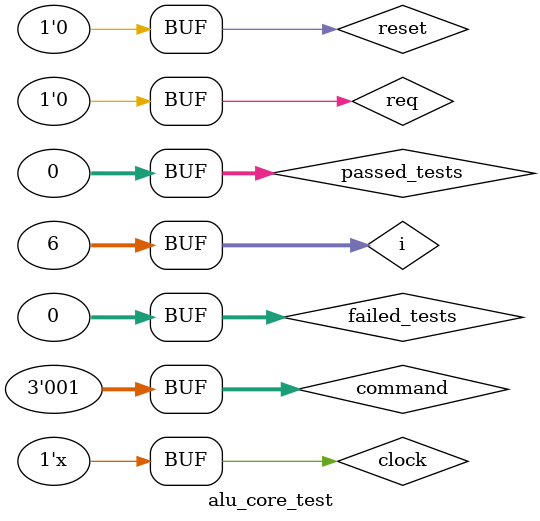
<source format=v>
`timescale 1ns / 1ps


module alu_core_test(
    
    
    );
    
    reg [31:0] data_a;
    reg [31:0] data_b;
    reg [2:0] command;
    wire [31:0] result;
    wire [3:0]  flags;
    wire op_err;
    wire [32:0] raw;
    wire [2:0]crc_out;
    wire ack;
    reg clock;
    reg reset;
    reg req;
    
    alu_core DUT(
        .a(data_a),
        .b(data_b),
        .ALUControl(command),
        .Result(result),
        .OP_Err(op_err),
        .ALUFlags(flags),
        .sum(raw),
             
        .clk(clock),
        .rst(reset),
        .req(req),
        .ack_in(1),
        .ack(ack), 
        .crc_out(crc_out)
            );
      
  
      
      localparam
        CLOCK_PERIOD = 5,
        FRAME_NUMBER = 6;
      
          integer i;
          integer passed_tests = 0;
          integer failed_tests = 0;
          
          reg [31:0]data_template_A [FRAME_NUMBER:0];
          reg [31:0]data_template_B [FRAME_NUMBER:0];
          reg [31:0]expected_result_add [FRAME_NUMBER:0];
          reg [3:0]expected_flag_add [FRAME_NUMBER:0];
          reg [31:0]expected_result_sub [FRAME_NUMBER:0];
          reg [3:0]expected_flag_sub [FRAME_NUMBER:0];
          reg [31:0]expected_result_and [FRAME_NUMBER:0];
          reg [3:0]expected_flag_and [FRAME_NUMBER:0];
          reg [31:0]expected_result_or [FRAME_NUMBER:0];
          reg [3:0]expected_flag_or [FRAME_NUMBER:0];
          
         //value assignment 
         
         initial 
         begin 
              clock = 1; 
              reset = 1;
              req = 0;
              #CLOCK_PERIOD reset = 0;
         end 
            
            // clock generation  
         always 
             #(CLOCK_PERIOD/2)  clock =  ! clock; 
      
      initial
      begin 
        // TEST FLAG
        // SCENARIUSZ 1 
        // OBIE LICZBY SA ZERAMI, ZOSTANIE WYSTAWIONA FLAGA 0
        data_template_A[0] =     32'b0; // przykladowa 32 bitowa wartosc A
        data_template_B[0] =     32'b0; // przykladowa 32 bitowa wartosc B
        expected_result_add[0] = 32'b0; // oczekiwany rezultat dla dodawania (32 bit)
        expected_flag_add[0] =    4'b0100; // oczewikane flagi po wykonaniu dodawania {neg, ZERO, carry, overflow}
        expected_result_sub[0] = 32'b0; // oczekiwany rezultat dla odejmowania (32 bit)
        expected_flag_sub[0]=     4'b0100; // oczewikane flagi po wykonaniu odejmowania {neg, ZERO, carry, overflow}
        expected_result_and[0] = 32'b0; // oczekiwany rezultat dla AND (32 bit)
        expected_flag_and[0]=     4'b0100; //  oczewikane flagi po wykonaniu AND {neg, ZERO, carry, overflow}
        expected_result_or[0]=   32'b0; // oczekiwany rezultat dla OR (32 bit)
        expected_flag_or[0]=      4'b0100; // oczewikane flagi po wykonaniu OR{neg, ZERO, carry, overflow}
        
        //SCENARIUSZ 2 (ujemna i dodatnia)
        //PIERWSZA LICZBA TO NAJMNIEJSZA UJEMNA DLA 32 BITOW 
        //DRUGA LICZBA TO 0XF
        // OCZEKIWANE FLAGI:
        // DODAWANE: NEGATIVE
        // ODEJMOWANIE: NEGATIVE
        // AND : NEGAIVE 
        // OR : NEGATIVE
        data_template_A[1] =     32'b1111_1111_1111_1111_1111_1111_1111_1111;
        data_template_B[1] =     32'b1111;  // {neg, zero, carry, overflow};
        expected_result_add[1] = 32'b1110;
        expected_flag_add[1] =    4'b0010;
        expected_result_sub[1] = 32'b1111_1111_1111_1111_1111_1111_1111_0000;
        expected_flag_sub[1]=     4'b1000;
        expected_result_and[1] = 32'b1111_1111_1111_1111_1111_1111_1111_0000;
        expected_flag_and[1]=     4'b1000;
        expected_result_or[1]=   32'b1111_1111_1111_1111_1111_1111_1111_1111;
        expected_flag_or[1]=      4'b1000;        

        //SCENARIUSZ 3 (ujemna + ujemna)
        //PIERWSZA LICZBA TO MAX DLA 32 BITOW (SIGNED)
        //DRUGA LICZBA TO max dla 32 bitow
        // OCZEKIWANE FLAGI:
        // DODAWANE: CARRY
        // ODEJMOWANIE: ZERO
        // AND : NEGAIVE 
        // OR : NEGATIVE
        data_template_A[2] =     32'b1000_0000_0000_0000_0000_0000_0000_0000;
        data_template_B[2] =     32'b1000_0000_0000_0000_0000_0000_0000_0000;  // {neg, zero, carry, overflow};
        expected_result_add[2] = 32'b0;
        expected_flag_add[2] =    4'b0110;
        expected_result_sub[2] = 32'b0;
        expected_flag_sub[2]=     4'b0100;
        expected_result_and[2] = 32'b1000_0000_0000_0000_0000_0000_0000_0000;
        expected_flag_and[2]=     4'b1000;
        expected_result_or[2]=   32'b1000_0000_0000_0000_0000_0000_0000_0000;
        expected_flag_or[2]=      4'b1000;     
        
        //SCENARIUSZ 4 
        //PIERWSZA LICZBA TO NAJWIÊKSZA LICZBA DODATNIA DLA 32 BITOW 
        //DRUGA LICZBA TO NAJWIÊKSZA LICZBA DODATNIA DLA 32 BITOW
        // OCZEKIWANE FLAGI:
        // DODAWANE: OVERFLOW + NEGATIVE
        // ODEJMOWANIE: ZERO
        // AND : -
        // OR : -
        
        data_template_A[3] =     32'b0111_1111_1111_1111_1111_1111_1111_1111;
        data_template_B[3] =     32'b0111_1111_1111_1111_1111_1111_1111_1111;  // {neg, zero, carry, overflow};
        expected_result_add[3] = 32'b1111_1111_1111_1111_1111_1111_1111_1110;
        expected_flag_add[3] =    4'b1001;
        expected_result_sub[3] = 32'b0;
        expected_flag_sub[3]=     4'b0100;
        expected_result_and[3] = 32'b0111_1111_1111_1111_1111_1111_1111_1111;
        expected_flag_and[3]=     4'b0000;
        expected_result_or[3]=   32'b0111_1111_1111_1111_1111_1111_1111_1111;
        expected_flag_or[3]=      4'b0000;    
        
        //SCENARIUSZ 5 
        //PIERWSZA LICZBA TO NAJWIÊKSZA LICZBA DLA 32 BITOW 
        //DRUGA LICZBA TO NAJWIÊKSZA LICZBA DODATNIA DLA 32 BITOW
        // OCZEKIWANE FLAGI: 
        // DODAWANE: NEGATIVE
        // ODEJMOWANIE: CARRY + NEGATIVE 
        // AND : -
        // OR : -
        
        data_template_A [4] = 32'b1111_1111_1111_1111_1111_1111_1111_1111;
        data_template_B [4] = 32'b0111_1111_1111_1111_1111_1111_1111_1111;  // {neg, zero, carry, overflow};
        expected_result_add [4] = 32'b0111_1111_1111_1111_1111_1111_1111_1110;
        expected_flag_add [4] = 4'b0010;
        expected_result_sub [4] = 32'b1000_0000_0000_0000_0000_0000_0000_0000;
        expected_flag_sub [4]= 4'b1000;
        expected_result_and [4] = 32'b0111_1111_1111_1111_1111_1111_1111_1111;
        expected_flag_and [4]= 4'b0000;
        expected_result_or [4]= 32'b1111_1111_1111_1111_1111_1111_1111_1111;
        expected_flag_or [4]= 4'b1000;        

        data_template_A [5] = 32'b1111;
        data_template_B [5] = 32'b1111_1111_1111_1111_1111_1111_1111_1111;  // {neg, zero, carry, overflow};
        expected_result_add [5] = 32'b1110;
        expected_flag_add [5] = 4'b0010;
        expected_result_sub [5] = 32'b10000;
        expected_flag_sub [5]= 4'b0010;
        expected_result_and [5] = 32'b1111;
        expected_flag_and [5]= 4'b0000;
        expected_result_or [5]= 32'b1111_1111_1111_1111_1111_1111_1111_1111;
        expected_flag_or [5]= 4'b1000;   
        
        data_template_A [6] = 32'b0;
        data_template_B [6] = 32'b0;
        expected_result_add [6] = 32'b0;
        expected_flag_add [6] = 4'b0100;
        expected_result_sub [6] = 32'b0;
        expected_flag_sub [6]= 4'b0100;
        expected_result_and [6] = 32'b0;
        expected_flag_and [6]= 4'b0100;
        expected_result_or [6]= 32'b0;
        expected_flag_or [6]= 4'b0100;
        
        data_template_A [7] = 32'b1111_1111_1111_1111_1111_1111_1111_1111;
        data_template_B [7] = 32'b1111;  // {neg, zero, carry, overflow};
        expected_result_add [7] = 32'b1110;
        expected_flag_add [7] = 4'b0010;
        expected_result_sub [7] = 32'b1111_1111_1111_1111_1111_1111_1111_0000;
        expected_flag_sub [7]= 4'b1000;
        expected_result_and [7] = 32'b1111;
        expected_flag_and [7]= 4'b1000;
        expected_result_or [7]= 32'b1111_1111_1111_1111_1111_1111_1111_1111;
        expected_flag_or [7]= 4'b1000;        

        data_template_A [8] = 32'b1111_1111_1111_1111_1111_1111_1111_1111;
        data_template_B [8] = 32'b1111_1111_1111_1111_1111_1111_1111_1111;  // {neg, zero, carry, overflow};
        expected_result_add [8] = 32'b1111_1111_1111_1111_1111_1111_1111_1110;
        expected_flag_add [8] = 4'b1010;
        expected_result_sub [8] = 32'b1111_1111_1111_1111_1111_1111_1111_1111;
        expected_flag_sub [8]= 4'b1000;
        expected_result_and [8] = 32'b1111_1111_1111_1111_1111_1111_1111_1111;
        expected_flag_and [8]= 4'b1000;
        expected_result_or [8]= 32'b1111_1111_1111_1111_1111_1111_1111_1111;
        expected_flag_or [8]= 4'b1000;   
        
        data_template_A [9] = 32'b1111_1111_1111_1111_1111_1111_1111_1111;
        data_template_B [9] = 32'b1111;  // {neg, zero, carry, overflow};
        expected_result_add [9] = 32'b1110;
        expected_flag_add [9] = 4'b0010;
        expected_result_sub [9] = 32'b1111_1111_1111_1111_1111_1111_1111_0000;
        expected_flag_sub [9]= 4'b1000;
        expected_result_and [9] = 32'b1111;
        expected_flag_and [9]= 4'b1000;
        expected_result_or [9]= 32'b1111_1111_1111_1111_1111_1111_1111_1111;
        expected_flag_or [9]= 4'b1000;        

        data_template_A [10] = 32'b1111_1111_1111_1111_1111_1111_1111_1111;
        data_template_B [10] = 32'b1111_1111_1111_1111_1111_1111_1111_1111;  // {neg, zero, carry, overflow};
        expected_result_add [10] = 32'b1111_1111_1111_1111_1111_1111_1111_1110;
        expected_flag_add [10] = 4'b0010;
        expected_result_sub [10] = 32'b1111_1111_1111_1111_1111_1111_1111_1111;
        expected_flag_sub [10]= 4'b1000;
        expected_result_and [10] = 32'b1111_1111_1111_1111_1111_1111_1111_1111;
        expected_flag_and [10]= 4'b1000;
        expected_result_or [10]= 32'b1111_1111_1111_1111_1111_1111_1111_1111;
        expected_flag_or [10]= 4'b1000;   
        
      
      end
          
          
          
      initial 
      begin
        
        $display("ADDITION TEST");
        command = 3'b100;
        for( i = 0; i< FRAME_NUMBER; i= i+1)
        begin
             #CLOCK_PERIOD;
             data_a = data_template_A[i];
             data_b = data_template_B[i];
             req = 1;
             #CLOCK_PERIOD;
             req = 0;
             #(2*CLOCK_PERIOD);
     /*        $display("Test step %d", i);
             $display("Data_in A: %d" ,  data_template_A[i]  );
             $display("Data_in A: %d" ,  data_template_B[i]  );
             
             $display("RESULT: %d" ,  result );
             $display("FLAGS: %d", flags );*/
        if((result == expected_result_add[i])&&(flags == expected_flag_add[i])&&(op_err==0) )begin
                passed_tests = passed_tests+1;
                $display("TEST_PASSED");
             end 
             else begin
                failed_tests = failed_tests+1;
                $display("TEST_FAILED");
             end   
             #CLOCK_PERIOD;         
        end
        
        $display("SUBTRACTION TEST");
        command = 3'b101;
        for( i = 0; i< FRAME_NUMBER; i= i+1)
        begin
            data_a = data_template_A[i];
            data_b = data_template_B[i];
            req = 1;
            #CLOCK_PERIOD;
            req = 0;
            #(2*CLOCK_PERIOD);
       /*     $display("Test step %d", i);
            $display("Data_in A: %d" ,  data_template_A[i]  );
            $display("Data_in A: %d" ,  data_template_B[i]  );
            
            $display("RESULT: %d" ,  result );
            $display("FLAGS: %d", flags );
            $display("EXPECTED RESULT ", expected_result_sub[i] );
            $display("EXPECTED FLAGS: %d", expected_flag_sub[i]);*/
             if((result == expected_result_sub[i])&&(flags == expected_flag_sub[i])&&(op_err==0) )begin
                passed_tests = passed_tests+1;
                $display("TEST_PASSED");
             end 
             else begin
                failed_tests = failed_tests+1;
                $display("TEST_FAILED");
             end
              #CLOCK_PERIOD;            
        end
        
        $display("AND TEST");
        command = 3'b000;
        for( i = 0; i< FRAME_NUMBER; i= i+1)
        begin
             data_a = data_template_A[i];
             data_b = data_template_B[i];
             req = 1;
             #CLOCK_PERIOD;
             req = 0;
             #(2*CLOCK_PERIOD);
             if((result == expected_result_and[i])&&(flags == expected_flag_and[i])&&(op_err==0) )begin
                passed_tests = passed_tests+1;
                $display("TEST_PASSED");
             end 
             else begin
                failed_tests = failed_tests+1;
                $display("TEST_FAILED");
             end  
             #CLOCK_PERIOD;          
        end
        
        $display("OR TEST");
        command = 3'b001;
        for( i = 0; i< FRAME_NUMBER; i= i+1)
        begin
           data_a = data_template_A[i];
           data_b = data_template_B[i];
            req = 1;
            #CLOCK_PERIOD;
            req = 0;
            #(2*CLOCK_PERIOD);
   
             
             if((result == expected_result_or[i])&&(flags == expected_flag_or[i])&&(op_err==0) )begin
                passed_tests = passed_tests+1;
                $display("TEST_PASSED");
             end 
             else begin
                failed_tests = failed_tests+1;
                $display("TEST_FAILED");
             end     
             #CLOCK_PERIOD;       
        end
        
      end
      
      

    
    
endmodule

</source>
